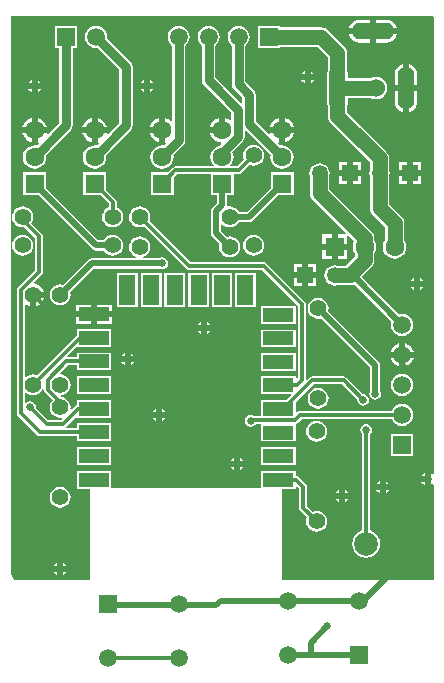
<source format=gtl>
%FSDAX24Y24*%
%MOMM*%
%SFA1B1*%

%IPPOS*%
%ADD10C,1.999996*%
%ADD11C,0.508000*%
%ADD12C,0.304800*%
%ADD13C,1.270000*%
%ADD14C,0.635000*%
%ADD15C,0.750062*%
%ADD16C,1.599946*%
%ADD17R,1.599946X1.599946*%
%ADD18R,1.500124X1.500124*%
%ADD19C,1.500124*%
%ADD20O,1.400048X3.599942*%
%ADD21O,3.599942X1.400048*%
%ADD22C,1.350010*%
%ADD23R,1.350010X1.350010*%
%ADD24R,1.599946X1.599946*%
%ADD25C,1.400048*%
%ADD26R,1.500124X1.500124*%
%ADD27R,2.540000X1.143000*%
%ADD28R,1.397000X2.540000*%
%ADD29C,1.524000*%
%ADD30C,0.635000*%
%LNesp8266_amp_tht-1*%
%LPD*%
G36*
X359410Y556526D02*
Y169926D01*
X358289Y169326*
X356870Y170276*
Y165100*
Y159923*
X358289Y160873*
X359410Y160274*
Y080010*
X231140*
Y157353*
X242570*
Y158678*
X243743Y159166*
X245554Y157355*
Y140970*
X245808Y139682*
X246540Y138590*
X252237Y132892*
X251797Y131831*
X251495Y129540*
X251797Y127248*
X252681Y125112*
X254088Y123278*
X255922Y121871*
X258058Y120987*
X260350Y120685*
X262641Y120987*
X264777Y121871*
X266611Y123278*
X268018Y125112*
X268902Y127248*
X269204Y129540*
X268902Y131831*
X268018Y133967*
X266611Y135801*
X264777Y137208*
X262641Y138092*
X260350Y138394*
X258058Y138092*
X256997Y137652*
X252288Y142364*
Y158750*
X252031Y160037*
X251299Y161129*
X245203Y167225*
X244111Y167957*
X242824Y168211*
X242570*
Y172339*
X213614*
Y157480*
X086614*
Y172339*
X057658*
Y157353*
X068580*
Y080010*
X003810*
X001270Y085011*
Y557530*
X358792*
X359410Y556526*
G37*
%LNesp8266_amp_tht-2*%
%LPC*%
G36*
X330200Y280301D02*
X330118Y280291D01*
X327677Y279280*
X325579Y277670*
X323969Y275572*
X322958Y273131*
X322948Y273050*
X330200*
Y280301*
G37*
G36*
X102870Y271876D02*
Y269240D01*
X105506*
X104449Y270819*
X102870Y271876*
G37*
G36*
X097790D02*
X096210Y270819D01*
X095153Y269240*
X097790*
Y271876*
G37*
G36*
X162560Y290830D02*
X159923D01*
X160980Y289250*
X162560Y288193*
Y290830*
G37*
G36*
X242570Y291973D02*
X213614D01*
Y276987*
X242570*
Y291973*
G37*
G36*
X335280Y280301D02*
Y273050D01*
X342531*
X342521Y273131*
X341510Y275572*
X339900Y277670*
X337802Y279280*
X335361Y280291*
X335280Y280301*
G37*
G36*
X105506Y264160D02*
X102870D01*
Y261523*
X104449Y262580*
X105506Y264160*
G37*
G36*
X110490Y396204D02*
X108198Y395902D01*
X106062Y395018*
X104228Y393611*
X102821Y391777*
X101937Y389641*
X101635Y387350*
X101937Y385058*
X102821Y382922*
X104228Y381088*
X106062Y379681*
X108198Y378797*
X110490Y378495*
X112781Y378797*
X113842Y379237*
X150020Y343060*
X151112Y342328*
X152400Y342074*
X214505*
X244284Y312295*
Y250692*
X243227Y249989*
X242570Y250261*
Y252349*
X213614*
Y237363*
X238561*
X239049Y236189*
X234886Y232029*
X213614*
Y218887*
X207015*
X206402Y219295*
X204470Y219679*
X202537Y219295*
X200898Y218201*
X199804Y216562*
X199420Y214630*
X199804Y212697*
X200898Y211058*
X202537Y209964*
X204470Y209580*
X206402Y209964*
X208041Y211058*
X208770Y212153*
X213614*
Y197231*
X242570*
Y212217*
X242567Y212232*
X243448Y212407*
X244541Y213139*
X247743Y216344*
X324091*
X324634Y215031*
X326123Y213093*
X328061Y211604*
X330316Y210670*
X332740Y210352*
X335163Y210670*
X337418Y211604*
X339356Y213093*
X340845Y215031*
X341779Y217286*
X342097Y219710*
X341779Y222133*
X340845Y224388*
X339356Y226326*
X337418Y227815*
X335163Y228749*
X332740Y229067*
X330316Y228749*
X328061Y227815*
X326123Y226326*
X324634Y224388*
X324091Y223078*
X246349*
X245061Y222821*
X243969Y222089*
X243743Y221863*
X242570Y222349*
Y230190*
X257934Y245554*
X281815*
X294718Y232651*
X294670Y232410*
X295054Y230477*
X296148Y228838*
X297787Y227744*
X299720Y227360*
X301652Y227744*
X303291Y228838*
X304385Y230477*
X304769Y232410*
X304385Y234342*
X303291Y235981*
X301652Y237075*
X299720Y237459*
X299478Y237411*
X285589Y251299*
X284497Y252031*
X283210Y252288*
X256540*
X255252Y252031*
X254160Y251299*
X252188Y249331*
X251018Y249816*
Y313690*
X250761Y314977*
X250029Y316069*
X218279Y347819*
X217187Y348551*
X215900Y348808*
X153794*
X118602Y383997*
X119042Y385058*
X119344Y387350*
X119042Y389641*
X118158Y391777*
X116751Y393611*
X114917Y395018*
X112781Y395902*
X110490Y396204*
G37*
G36*
X086614Y252349D02*
X057658D01*
Y237363*
X086614*
Y252349*
G37*
G36*
X332740Y254467D02*
X330316Y254149D01*
X328061Y253215*
X326123Y251726*
X324634Y249788*
X323700Y247533*
X323382Y245110*
X323700Y242686*
X324634Y240431*
X326123Y238493*
X328061Y237004*
X330316Y236070*
X332740Y235752*
X335163Y236070*
X337418Y237004*
X339356Y238493*
X340845Y240431*
X341779Y242686*
X342097Y245110*
X341779Y247533*
X340845Y249788*
X339356Y251726*
X337418Y253215*
X335163Y254149*
X332740Y254467*
G37*
G36*
X242570Y272161D02*
X213614D01*
Y257175*
X242570*
Y272161*
G37*
G36*
X097790Y264160D02*
X095153D01*
X096210Y262580*
X097790Y261523*
Y264160*
G37*
G36*
X342531Y267970D02*
X335280D01*
Y260718*
X335361Y260728*
X337802Y261739*
X339900Y263349*
X341510Y265447*
X342521Y267888*
X342531Y267970*
G37*
G36*
X330200D02*
X322948D01*
X322958Y267888*
X323969Y265447*
X325579Y263349*
X327677Y261739*
X330118Y260728*
X330200Y260718*
Y267970*
G37*
G36*
X170276Y290830D02*
X167640D01*
Y288193*
X169219Y289250*
X170276Y290830*
G37*
G36*
X169291Y339852D02*
X151765D01*
Y310896*
X169291*
Y339852*
G37*
G36*
X148971D02*
X131445D01*
Y310896*
X148971*
Y339852*
G37*
G36*
X129159D02*
X111633D01*
Y310896*
X129159*
Y339852*
G37*
G36*
X189103D02*
X171577D01*
Y310896*
X189103*
Y339852*
G37*
G36*
X029593Y318770D02*
X022860D01*
Y312036*
X025130Y312976*
X027124Y314505*
X028653Y316499*
X029593Y318770*
G37*
G36*
X011430Y396204D02*
X009138Y395902D01*
X007002Y395018*
X005168Y393611*
X003761Y391777*
X002877Y389641*
X002575Y387350*
X002877Y385058*
X003761Y382922*
X005168Y381088*
X007002Y379681*
X009138Y378797*
X011430Y378495*
X012801Y378675*
X022034Y369445*
Y342353*
X007637Y327957*
X006906Y326864*
X006652Y325577*
Y221122*
X006906Y219834*
X007637Y218742*
X023782Y202598*
X024874Y201866*
X026162Y201609*
X057658*
Y197485*
X086614*
Y212471*
X057658*
Y208343*
X048244*
X047876Y209560*
X048099Y209710*
X056484Y218094*
X057658Y217606*
Y217297*
X086614*
Y232283*
X057658*
Y228005*
X057132Y227901*
X056040Y227169*
X052992Y224121*
X051851Y224685*
X052034Y226060*
X051732Y228351*
X050848Y230487*
X049441Y232321*
X047607Y233728*
X045471Y234612*
X044267Y234769*
X043596Y235849*
X043759Y236331*
X045471Y236557*
X047607Y237441*
X049441Y238848*
X050848Y240682*
X051732Y242818*
X052034Y245110*
X051732Y247401*
X050848Y249537*
X049441Y251371*
X047607Y252778*
X045471Y253662*
X043759Y253888*
X043352Y255089*
X049817Y261553*
X057404*
Y257429*
X086360*
Y272415*
X057404*
Y268287*
X049918*
X049433Y269460*
X057269Y277296*
X057404Y277241*
X086360*
Y292227*
X057404*
Y286956*
X023672Y253222*
X022611Y253662*
X020320Y253964*
X018028Y253662*
X015892Y252778*
X014523Y251726*
X013385Y252288*
Y313171*
X014523Y313733*
X015509Y312976*
X017780Y312036*
Y321310*
X020320*
Y323850*
X029593*
X028653Y326120*
X027124Y328114*
X025130Y329643*
X022809Y330603*
X021579Y330766*
X021170Y331967*
X027779Y338579*
X028511Y339671*
X028768Y340959*
Y370840*
X028511Y372127*
X027779Y373219*
X018653Y382346*
X019098Y382922*
X019982Y385058*
X020284Y387350*
X019982Y389641*
X019098Y391777*
X017691Y393611*
X015857Y395018*
X013721Y395902*
X011430Y396204*
G37*
G36*
X208915Y339852D02*
X191389D01*
Y310896*
X208915*
Y339852*
G37*
G36*
X108839D02*
X091313D01*
Y310896*
X108839*
Y339852*
G37*
G36*
X069342Y302260D02*
X056642D01*
Y296545*
X069342*
Y302260*
G37*
G36*
X167640Y298546D02*
Y295910D01*
X170276*
X169219Y297489*
X167640Y298546*
G37*
G36*
X162560D02*
X160980Y297489D01*
X159923Y295910*
X162560*
Y298546*
G37*
G36*
X087122Y302260D02*
X074422D01*
Y296545*
X087122*
Y302260*
G37*
G36*
Y313055D02*
X074422D01*
Y307340*
X087122*
Y313055*
G37*
G36*
X069342D02*
X056642D01*
Y307340*
X069342*
Y313055*
G37*
G36*
X242570Y312039D02*
X213614D01*
Y297053*
X242570*
Y312039*
G37*
G36*
X279400Y156306D02*
X277820Y155249D01*
X276763Y153670*
X279400*
Y156306*
G37*
G36*
X321406Y156210D02*
X318770D01*
Y153573*
X320349Y154630*
X321406Y156210*
G37*
G36*
X313690D02*
X311053D01*
X312110Y154630*
X313690Y153573*
Y156210*
G37*
G36*
X284480Y156306D02*
Y153670D01*
X287116*
X286059Y155249*
X284480Y156306*
G37*
G36*
X318770Y163926D02*
Y161290D01*
X321406*
X320349Y162869*
X318770Y163926*
G37*
G36*
X313690D02*
X312110Y162869D01*
X311053Y161290*
X313690*
Y163926*
G37*
G36*
X351790Y162560D02*
X349153D01*
X350210Y160980*
X351790Y159923*
Y162560*
G37*
G36*
X287116Y148590D02*
X284480D01*
Y145953*
X286059Y147010*
X287116Y148590*
G37*
G36*
X040640Y094076D02*
X039060Y093019D01*
X038003Y091440*
X040640*
Y094076*
G37*
G36*
X048356Y086360D02*
X045720D01*
Y083723*
X047299Y084780*
X048356Y086360*
G37*
G36*
X040640D02*
X038003D01*
X039060Y084780*
X040640Y083723*
Y086360*
G37*
G36*
X045720Y094076D02*
Y091440D01*
X048356*
X047299Y093019*
X045720Y094076*
G37*
G36*
X279400Y148590D02*
X276763D01*
X277820Y147010*
X279400Y145953*
Y148590*
G37*
G36*
X043180Y158714D02*
X040888Y158412D01*
X038752Y157528*
X036918Y156121*
X035511Y154287*
X034627Y152151*
X034325Y149860*
X034627Y147568*
X035511Y145432*
X036918Y143598*
X038752Y142191*
X040888Y141307*
X043180Y141005*
X045471Y141307*
X047607Y142191*
X049441Y143598*
X050848Y145432*
X051732Y147568*
X052034Y149860*
X051732Y152151*
X050848Y154287*
X049441Y156121*
X047607Y157528*
X045471Y158412*
X043180Y158714*
G37*
G36*
X302260Y212059D02*
X300327Y211675D01*
X298688Y210581*
X297594Y208942*
X297210Y207010*
X297594Y205077*
X298688Y203438*
X298894Y203301*
Y121843*
X296321Y120777*
X293860Y118889*
X291973Y116428*
X290784Y113563*
X290380Y110490*
X290784Y107416*
X291973Y104551*
X293860Y102090*
X296321Y100203*
X299184Y099014*
X302260Y098610*
X305335Y099014*
X308198Y100203*
X310659Y102090*
X312547Y104551*
X313735Y107416*
X314139Y110490*
X313735Y113563*
X312547Y116428*
X310659Y118889*
X308198Y120777*
X305628Y121843*
Y203301*
X305831Y203438*
X306925Y205077*
X307309Y207010*
X306925Y208942*
X305831Y210581*
X304192Y211675*
X302260Y212059*
G37*
G36*
X132176Y217170D02*
X129540D01*
Y214533*
X131119Y215590*
X132176Y217170*
G37*
G36*
X124460D02*
X121823D01*
X122880Y215590*
X124460Y214533*
Y217170*
G37*
G36*
X260350Y214594D02*
X258058Y214292D01*
X255922Y213408*
X254088Y212001*
X252681Y210167*
X251797Y208031*
X251495Y205740*
X251797Y203448*
X252681Y201312*
X254088Y199478*
X255922Y198071*
X258058Y197187*
X260350Y196885*
X262641Y197187*
X264777Y198071*
X266611Y199478*
X268018Y201312*
X268902Y203448*
X269204Y205740*
X268902Y208031*
X268018Y210167*
X266611Y212001*
X264777Y213408*
X262641Y214292*
X260350Y214594*
G37*
G36*
X124460Y224886D02*
X122880Y223829D01*
X121823Y222250*
X124460*
Y224886*
G37*
G36*
X261620Y318734D02*
X259328Y318432D01*
X257192Y317548*
X255358Y316141*
X253951Y314307*
X253067Y312171*
X252765Y309880*
X253067Y307588*
X253951Y305452*
X255358Y303618*
X257192Y302211*
X259328Y301327*
X261620Y301025*
X263911Y301327*
X263936Y301337*
X305478Y259796*
Y239816*
X305214Y239422*
X304830Y237490*
X305214Y235557*
X306308Y233918*
X307947Y232824*
X309880Y232440*
X311812Y232824*
X313451Y233918*
X314545Y235557*
X314929Y237490*
X314545Y239422*
X314281Y239816*
Y261620*
X313946Y263304*
X312994Y264734*
X270162Y307563*
X270172Y307588*
X270474Y309880*
X270172Y312171*
X269288Y314307*
X267881Y316141*
X266047Y317548*
X263911Y318432*
X261620Y318734*
G37*
G36*
Y242534D02*
X259328Y242232D01*
X257192Y241348*
X255358Y239941*
X253951Y238107*
X253067Y235971*
X252765Y233680*
X253067Y231388*
X253951Y229252*
X255358Y227418*
X257192Y226011*
X259328Y225127*
X261620Y224825*
X263911Y225127*
X266047Y226011*
X267881Y227418*
X269288Y229252*
X270172Y231388*
X270474Y233680*
X270172Y235971*
X269288Y238107*
X267881Y239941*
X266047Y241348*
X263911Y242232*
X261620Y242534*
G37*
G36*
X129540Y224886D02*
Y222250D01*
X132176*
X131119Y223829*
X129540Y224886*
G37*
G36*
X342018Y203588D02*
X323461D01*
Y185031*
X342018*
Y203588*
G37*
G36*
X198216Y175260D02*
X195580D01*
Y172623*
X197159Y173680*
X198216Y175260*
G37*
G36*
X190500D02*
X187863D01*
X188920Y173680*
X190500Y172623*
Y175260*
G37*
G36*
X351790Y170276D02*
X350210Y169219D01*
X349153Y167640*
X351790*
Y170276*
G37*
G36*
X086614Y192151D02*
X057658D01*
Y177165*
X086614*
Y192151*
G37*
G36*
X195580Y182976D02*
Y180340D01*
X198216*
X197159Y181919*
X195580Y182976*
G37*
G36*
X190500D02*
X188920Y181919D01*
X187863Y180340*
X190500*
Y182976*
G37*
G36*
X242570Y192151D02*
X213614D01*
Y177165*
X242570*
Y192151*
G37*
G36*
X342900Y327660D02*
X340263D01*
X341320Y326080*
X342900Y325023*
Y327660*
G37*
G36*
X345643Y494030D02*
X338559D01*
Y476295*
X340832Y477238*
X342823Y478767*
X344352Y480758*
X345315Y483080*
X345643Y485569*
Y494030*
G37*
G36*
X333479D02*
X326397D01*
Y485569*
X326725Y483080*
X327687Y480758*
X329217Y478767*
X331208Y477238*
X333479Y476295*
Y494030*
G37*
G36*
X143510Y549107D02*
X141086Y548789D01*
X138831Y547855*
X136893Y546366*
X135404Y544428*
X134470Y542173*
X134152Y539750*
X134470Y537326*
X135404Y535071*
X136893Y533133*
X137873Y532378*
Y469277*
X136735Y468713*
X134856Y470156*
X132290Y471218*
X132080Y471246*
Y460949*
Y450654*
X132290Y450682*
X132372Y450715*
X133078Y449658*
X131211Y447791*
X129540Y448012*
X126987Y447677*
X124609Y446692*
X122565Y445124*
X120997Y443080*
X120012Y440702*
X119677Y438150*
X120012Y435597*
X120997Y433219*
X122565Y431175*
X124609Y429607*
X126987Y428622*
X129540Y428287*
X132092Y428622*
X134470Y429607*
X136514Y431175*
X138082Y433219*
X139067Y435597*
X139402Y438150*
X139181Y439821*
X147495Y448134*
X148717Y449963*
X149146Y452120*
Y532378*
X150126Y533133*
X151615Y535071*
X152549Y537326*
X152867Y539750*
X152549Y542173*
X151615Y544428*
X150126Y546366*
X148188Y547855*
X145933Y548789*
X143510Y549107*
G37*
G36*
X194310D02*
X191886Y548789D01*
X189631Y547855*
X187693Y546366*
X186204Y544428*
X185270Y542173*
X184952Y539750*
X185270Y537326*
X186204Y535071*
X187693Y533133*
X188673Y532378*
Y499475*
X189031Y497677*
X189103Y497319*
X190324Y495490*
X197510Y488307*
Y483951*
X196336Y483463*
X174546Y505254*
Y532378*
X175526Y533133*
X177015Y535071*
X177949Y537326*
X178267Y539750*
X177949Y542173*
X177015Y544428*
X175526Y546366*
X173588Y547855*
X171333Y548789*
X168910Y549107*
X166486Y548789*
X164231Y547855*
X162293Y546366*
X160804Y544428*
X159870Y542173*
X159552Y539750*
X159870Y537326*
X160804Y535071*
X162293Y533133*
X163273Y532378*
Y502920*
X163631Y501121*
X163703Y500763*
X164924Y498934*
X188231Y475627*
Y469615*
X187093Y469054*
X185656Y470156*
X183090Y471218*
X182880Y471246*
Y460949*
X180340*
Y458409*
X170042*
X170070Y458198*
X171132Y455635*
X172824Y453433*
X175023Y451744*
X177589Y450682*
X179384Y450443*
X179791Y449242*
X178292Y447743*
X177787Y447677*
X175409Y446692*
X173365Y445124*
X171797Y443080*
X170815Y440702*
X170477Y438150*
X170815Y435597*
X171797Y433219*
X173365Y431175*
X172974Y430019*
X140843*
X139552Y429762*
X138460Y429033*
X134556Y425127*
X119761*
Y405571*
X139319*
Y420367*
X142237Y423285*
X170561*
Y405571*
X175938*
Y398830*
X172257Y395150*
X171305Y393722*
X170969Y392038*
Y373268*
X171305Y371584*
X172257Y370154*
X178147Y364266*
X178137Y364241*
X177835Y361950*
X178137Y359658*
X179021Y357522*
X180428Y355688*
X182262Y354281*
X184398Y353397*
X186690Y353095*
X188981Y353397*
X191117Y354281*
X192951Y355688*
X194358Y357522*
X195242Y359658*
X195544Y361950*
X195242Y364241*
X194358Y366377*
X192951Y368211*
X191117Y369618*
X188981Y370502*
X186690Y370804*
X184398Y370502*
X184373Y370492*
X179773Y375091*
Y380156*
X180914Y380718*
X182262Y379681*
X184398Y378797*
X186690Y378495*
X188981Y378797*
X191117Y379681*
X192951Y381088*
X194358Y382922*
X194368Y382948*
X203139*
X204825Y383283*
X206253Y384235*
X227589Y405571*
X240919*
Y425127*
X221361*
Y411797*
X201315Y391751*
X194368*
X194358Y391777*
X192951Y393611*
X191117Y395018*
X188981Y395902*
X186690Y396204*
X185607Y396062*
X184739Y396989*
X184741Y397007*
Y405571*
X190119*
Y423285*
X194241*
X195531Y423542*
X196623Y424271*
X203657Y431307*
X204718Y430867*
X207010Y430565*
X209301Y430867*
X211437Y431751*
X213271Y433158*
X214678Y434992*
X215562Y437128*
X215864Y439420*
X215562Y441711*
X214678Y443847*
X213271Y445681*
X211437Y447088*
X209301Y447972*
X207010Y448274*
X204718Y447972*
X202582Y447088*
X200748Y445681*
X199341Y443847*
X198457Y441711*
X198155Y439420*
X198457Y437128*
X198897Y436067*
X192846Y430019*
X187706*
X187314Y431175*
X188882Y433219*
X189867Y435597*
X190202Y438150*
X189867Y440702*
X189082Y442592*
X197853Y451360*
X199075Y453189*
X199146Y453547*
X199504Y455345*
Y460156*
X200677Y460641*
X221498Y439821*
X221277Y438150*
X221612Y435597*
X222597Y433219*
X224165Y431175*
X226209Y429607*
X228587Y428622*
X231140Y428287*
X233692Y428622*
X236070Y429607*
X238114Y431175*
X239682Y433219*
X240665Y435597*
X241002Y438150*
X240665Y440702*
X239682Y443080*
X238114Y445124*
X236070Y446692*
X233692Y447677*
X231140Y448012*
X229468Y447791*
X227601Y449658*
X228307Y450715*
X228389Y450682*
X228600Y450654*
Y458409*
X220842*
X220870Y458198*
X220903Y458116*
X219849Y457413*
X208782Y468477*
Y490641*
X208353Y492798*
X207131Y494626*
X199946Y501812*
Y532378*
X200926Y533133*
X202415Y535071*
X203349Y537326*
X203667Y539750*
X203349Y542173*
X202415Y544428*
X200926Y546366*
X198988Y547855*
X196733Y548789*
X194310Y549107*
G37*
G36*
X026766Y495300D02*
X024130D01*
Y492663*
X025709Y493720*
X026766Y495300*
G37*
G36*
X019050D02*
X016413D01*
X017470Y493720*
X019050Y492663*
Y495300*
G37*
G36*
X228988Y549028D02*
X210431D01*
Y530471*
X228988*
Y531550*
X260764*
X269821Y522493*
Y510715*
X269468Y509861*
X269166Y507570*
Y485569*
X269468Y483278*
X269821Y482424*
Y472549*
X270101Y470428*
X270918Y468452*
X272221Y466752*
X305490Y433484*
Y426671*
X305381Y426407*
X305089Y424180*
X305381Y421952*
X305490Y421688*
Y394970*
X305770Y392849*
X306590Y390870*
X307893Y389173*
X318190Y378874*
Y367327*
X317847Y366880*
X316865Y364502*
X316527Y361950*
X316865Y359397*
X317847Y357019*
X319415Y354975*
X321459Y353407*
X323837Y352425*
X326390Y352087*
X328942Y352425*
X331320Y353407*
X333364Y354975*
X334932Y357019*
X335915Y359397*
X336252Y361950*
X335915Y364502*
X334932Y366880*
X334589Y367327*
Y382270*
X334439Y383405*
X334309Y384390*
X333489Y386369*
X332186Y388066*
X321889Y398365*
Y421688*
X321998Y421952*
X322290Y424180*
X321998Y426407*
X321889Y426671*
Y436880*
X321609Y439000*
X320789Y440979*
X319486Y442676*
X286217Y475945*
Y482424*
X286572Y483278*
X286872Y485569*
Y488370*
X305866*
X305879Y488360*
X308168Y487413*
X310619Y487090*
X313072Y487413*
X315358Y488360*
X317322Y489866*
X318828Y491830*
X319775Y494116*
X320098Y496570*
X319775Y499023*
X318828Y501309*
X317322Y503273*
X315358Y504779*
X313072Y505726*
X310619Y506049*
X308168Y505726*
X305879Y504779*
X305866Y504769*
X286872*
Y507570*
X286572Y509861*
X286217Y510715*
Y525889*
X285937Y528012*
X285120Y529988*
X283817Y531688*
X269956Y545546*
X268259Y546849*
X266280Y547669*
X264160Y547949*
X228988*
Y549028*
G37*
G36*
X233680Y471246D02*
Y463489D01*
X241437*
X241409Y463702*
X240347Y466265*
X238655Y468467*
X236456Y470156*
X233890Y471218*
X233680Y471246*
G37*
G36*
X069850D02*
X069639Y471218D01*
X067073Y470156*
X064874Y468467*
X063182Y466265*
X062120Y463702*
X062092Y463489*
X069850*
Y471246*
G37*
G36*
X024130D02*
Y463489D01*
X031887*
X031859Y463702*
X030797Y466265*
X029108Y468467*
X026906Y470156*
X024340Y471218*
X024130Y471246*
G37*
G36*
X019050D02*
X018839Y471218D01*
X016273Y470156*
X014071Y468467*
X012382Y466265*
X011320Y463702*
X011292Y463489*
X019050*
Y471246*
G37*
G36*
X074930D02*
Y463489D01*
X082687*
X082659Y463702*
X081597Y466265*
X079908Y468467*
X077706Y470156*
X075140Y471218*
X074930Y471246*
G37*
G36*
X228600D02*
X228389Y471218D01*
X225823Y470156*
X223624Y468467*
X221932Y466265*
X220870Y463702*
X220842Y463489*
X228600*
Y471246*
G37*
G36*
X177800D02*
X177589Y471218D01*
X175023Y470156*
X172824Y468467*
X171132Y466265*
X170070Y463702*
X170042Y463489*
X177800*
Y471246*
G37*
G36*
X127000D02*
X126789Y471218D01*
X124223Y470156*
X122024Y468467*
X120332Y466265*
X119270Y463702*
X119242Y463489*
X127000*
Y471246*
G37*
G36*
X114300Y495300D02*
X111663D01*
X112720Y493720*
X114300Y492663*
Y495300*
G37*
G36*
X255270Y510636D02*
Y508000D01*
X257906*
X256849Y509579*
X255270Y510636*
G37*
G36*
X250190D02*
X248610Y509579D01*
X247553Y508000*
X250190*
Y510636*
G37*
G36*
X119380Y503016D02*
Y500380D01*
X122016*
X120959Y501959*
X119380Y503016*
G37*
G36*
X305480Y542030D02*
X287746D01*
X288686Y539760*
X290215Y537766*
X292209Y536237*
X294528Y535274*
X297019Y534946*
X305480*
Y542030*
G37*
G36*
X319018Y554192D02*
X310560D01*
Y547110*
X328295*
X327352Y549381*
X325823Y551373*
X323832Y552902*
X321510Y553864*
X319018Y554192*
G37*
G36*
X305480D02*
X297019D01*
X294528Y553864*
X292209Y552902*
X290215Y551373*
X288686Y549381*
X287746Y547110*
X305480*
Y554192*
G37*
G36*
X328295Y542030D02*
X310560D01*
Y534946*
X319018*
X321510Y535274*
X323832Y536237*
X325823Y537766*
X327352Y539760*
X328295Y542030*
G37*
G36*
X114300Y503016D02*
X112720Y501959D01*
X111663Y500380*
X114300*
Y503016*
G37*
G36*
X338559Y516844D02*
Y499110D01*
X345643*
Y507570*
X345315Y510059*
X344352Y512381*
X342823Y514372*
X340832Y515904*
X338559Y516844*
G37*
G36*
X333479D02*
X331208Y515904D01*
X329217Y514372*
X327687Y512381*
X326725Y510059*
X326397Y507570*
Y499110*
X333479*
Y516844*
G37*
G36*
X122016Y495300D02*
X119380D01*
Y492663*
X120959Y493720*
X122016Y495300*
G37*
G36*
X250190Y502920D02*
X247553D01*
X248610Y501340*
X250190Y500283*
Y502920*
G37*
G36*
X024130Y503016D02*
Y500380D01*
X026766*
X025709Y501959*
X024130Y503016*
G37*
G36*
X019050D02*
X017470Y501959D01*
X016413Y500380*
X019050*
Y503016*
G37*
G36*
X257906Y502920D02*
X255270D01*
Y500283*
X256849Y501340*
X257906Y502920*
G37*
G36*
X286131Y359410D02*
X278130D01*
Y351409*
X286131*
Y359410*
G37*
G36*
X273050D02*
X265049D01*
Y351409*
X273050*
Y359410*
G37*
G36*
X262890Y432780D02*
X260662Y432488D01*
X258589Y431629*
X256806Y430263*
X255440Y428480*
X254581Y426407*
X254287Y424180*
X254581Y421952*
X254690Y421688*
Y407670*
X254970Y405549*
X255790Y403570*
X257093Y401873*
X285302Y373661*
X284817Y372491*
X278130*
Y364490*
X286131*
Y371177*
X287301Y371662*
X292341Y366623*
X291465Y364502*
X291127Y361950*
X291465Y359397*
X292447Y357019*
X292790Y356572*
Y353915*
X284894Y346019*
X278081*
X277817Y346128*
X275590Y346420*
X273364Y346128*
X271289Y345269*
X269506Y343903*
X268140Y342120*
X267281Y340047*
X266989Y337820*
X267281Y335592*
X268140Y333519*
X269506Y331736*
X271289Y330370*
X273364Y329511*
X275590Y329219*
X277817Y329511*
X278081Y329620*
X288290*
X290410Y329900*
X291904Y330520*
X323814Y298607*
X323700Y298333*
X323382Y295910*
X323700Y293486*
X324634Y291231*
X326123Y289293*
X328061Y287804*
X330316Y286870*
X332740Y286552*
X335163Y286870*
X337418Y287804*
X339356Y289293*
X340845Y291231*
X341779Y293486*
X342097Y295910*
X341779Y298333*
X340845Y300588*
X339356Y302526*
X337418Y304015*
X335163Y304949*
X332740Y305267*
X330316Y304949*
X330042Y304835*
X299105Y335770*
Y337040*
X306786Y344723*
X308089Y346420*
X308909Y348399*
X309039Y349384*
X309189Y350520*
Y356572*
X309532Y357019*
X310515Y359397*
X310852Y361950*
X310515Y364502*
X309532Y366880*
X309189Y367327*
Y369570*
X308909Y371690*
X308089Y373669*
X306786Y375366*
X271089Y411065*
Y421688*
X271198Y421952*
X271490Y424180*
X271198Y426407*
X270339Y428480*
X268973Y430263*
X267190Y431629*
X265115Y432488*
X262890Y432780*
G37*
G36*
X011430Y372074D02*
X009138Y371772D01*
X007002Y370888*
X005168Y369481*
X003761Y367647*
X002877Y365511*
X002575Y363220*
X002877Y360928*
X003761Y358792*
X005168Y356958*
X007002Y355551*
X009138Y354667*
X011430Y354365*
X013721Y354667*
X015857Y355551*
X017691Y356958*
X019098Y358792*
X019982Y360928*
X020284Y363220*
X019982Y365511*
X019098Y367647*
X017691Y369481*
X015857Y370888*
X013721Y371772*
X011430Y372074*
G37*
G36*
X273050Y372491D02*
X265049D01*
Y364490*
X273050*
Y372491*
G37*
G36*
X207010Y372074D02*
X204718Y371772D01*
X202582Y370888*
X200748Y369481*
X199341Y367647*
X198457Y365511*
X198155Y363220*
X198457Y360928*
X199341Y358792*
X200748Y356958*
X202582Y355551*
X204718Y354667*
X207010Y354365*
X209301Y354667*
X211437Y355551*
X213271Y356958*
X214678Y358792*
X215562Y360928*
X215864Y363220*
X215562Y365511*
X214678Y367647*
X213271Y369481*
X211437Y370888*
X209301Y371772*
X207010Y372074*
G37*
G36*
X031369Y425127D02*
X011811D01*
Y405571*
X025140*
X070606Y360105*
X072034Y359153*
X073720Y358818*
X079951*
X079961Y358792*
X081368Y356958*
X083202Y355551*
X085338Y354667*
X087630Y354365*
X089921Y354667*
X092057Y355551*
X093891Y356958*
X095298Y358792*
X096182Y360928*
X096484Y363220*
X096182Y365511*
X095298Y367647*
X093891Y369481*
X092057Y370888*
X089921Y371772*
X087630Y372074*
X085338Y371772*
X083202Y370888*
X081368Y369481*
X079961Y367647*
X079951Y367621*
X075544*
X031369Y411797*
Y425127*
G37*
G36*
X110490Y370804D02*
X108198Y370502D01*
X106062Y369618*
X104228Y368211*
X102821Y366377*
X101937Y364241*
X101635Y361950*
X101937Y359658*
X102821Y357522*
X104228Y355688*
X106062Y354281*
X107642Y353628*
X107393Y352381*
X069850*
X068165Y352046*
X066735Y351094*
X045496Y329852*
X045471Y329862*
X043180Y330164*
X040888Y329862*
X038752Y328978*
X036918Y327571*
X035511Y325737*
X034627Y323601*
X034325Y321310*
X034627Y319018*
X035511Y316882*
X036918Y315048*
X038752Y313641*
X040888Y312757*
X043180Y312455*
X045471Y312757*
X047607Y313641*
X049441Y315048*
X050848Y316882*
X051732Y319018*
X052034Y321310*
X051732Y323601*
X051722Y323626*
X071673Y343578*
X127213*
X127607Y343314*
X129540Y342930*
X131472Y343314*
X133111Y344408*
X134205Y346047*
X134589Y347980*
X134205Y349912*
X133111Y351551*
X131472Y352645*
X129540Y353029*
X127607Y352645*
X127213Y352381*
X113586*
X113337Y353628*
X114917Y354281*
X116751Y355688*
X118158Y357522*
X119042Y359658*
X119344Y361950*
X119042Y364241*
X118158Y366377*
X116751Y368211*
X114917Y369618*
X112781Y370502*
X110490Y370804*
G37*
G36*
X259478Y335280D02*
X252730D01*
Y328528*
X259478*
Y335280*
G37*
G36*
X247650D02*
X240898D01*
Y328528*
X247650*
Y335280*
G37*
G36*
X350616Y327660D02*
X347980D01*
Y325023*
X349559Y326080*
X350616Y327660*
G37*
G36*
X342900Y335376D02*
X341320Y334319D01*
X340263Y332740*
X342900*
Y335376*
G37*
G36*
X259478Y347111D02*
X252730D01*
Y340360*
X259478*
Y347111*
G37*
G36*
X247650D02*
X240898D01*
Y340360*
X247650*
Y347111*
G37*
G36*
X347980Y335376D02*
Y332740D01*
X350616*
X349559Y334319*
X347980Y335376*
G37*
G36*
X082169Y425127D02*
X062611D01*
Y405571*
X077406*
X084261Y398716*
Y395457*
X083202Y395018*
X081368Y393611*
X079961Y391777*
X079077Y389641*
X078775Y387350*
X079077Y385058*
X079961Y382922*
X081368Y381088*
X083202Y379681*
X085338Y378797*
X087630Y378495*
X089921Y378797*
X092057Y379681*
X093891Y381088*
X095298Y382922*
X096182Y385058*
X096484Y387350*
X096182Y389641*
X095298Y391777*
X093891Y393611*
X092057Y395018*
X090995Y395457*
Y400110*
X090741Y401398*
X090009Y402490*
X082169Y410331*
Y425127*
G37*
G36*
X069850Y458409D02*
X062092D01*
X062120Y458198*
X063182Y455635*
X064874Y453433*
X067073Y451744*
X069639Y450682*
X069850Y450654*
Y458409*
G37*
G36*
X019050D02*
X011292D01*
X011320Y458198*
X012382Y455635*
X014071Y453433*
X016273Y451744*
X018839Y450682*
X019050Y450654*
Y458409*
G37*
G36*
X348378Y433471D02*
X341630D01*
Y426720*
X348378*
Y433471*
G37*
G36*
X127000Y458409D02*
X119242D01*
X119270Y458198*
X120332Y455635*
X122024Y453433*
X124223Y451744*
X126789Y450682*
X127000Y450654*
Y458409*
G37*
G36*
X073660Y549107D02*
X071236Y548789D01*
X068981Y547855*
X067043Y546366*
X065554Y544428*
X064620Y542173*
X064302Y539750*
X064620Y537326*
X065554Y535071*
X067043Y533133*
X068981Y531644*
X071236Y530710*
X073660Y530392*
X074886Y530552*
X093423Y512015*
Y467154*
X083680Y457413*
X082626Y458116*
X082659Y458198*
X082687Y458409*
X074930*
Y450654*
X075140Y450682*
X075222Y450715*
X075928Y449658*
X074061Y447791*
X072390Y448012*
X069837Y447677*
X067459Y446692*
X065415Y445124*
X063847Y443080*
X062862Y440702*
X062527Y438150*
X062862Y435597*
X063847Y433219*
X065415Y431175*
X067459Y429607*
X069837Y428622*
X072390Y428287*
X074942Y428622*
X077320Y429607*
X079364Y431175*
X080932Y433219*
X081915Y435597*
X082252Y438150*
X082031Y439821*
X103045Y460834*
X104267Y462663*
X104696Y464820*
Y514350*
X104267Y516506*
X103045Y518335*
X082857Y538523*
X083017Y539750*
X082699Y542173*
X081765Y544428*
X080276Y546366*
X078338Y547855*
X076083Y548789*
X073660Y549107*
G37*
G36*
X057538Y549028D02*
X038981D01*
Y530471*
X042623*
Y467154*
X032880Y457413*
X031826Y458116*
X031859Y458198*
X031887Y458409*
X024130*
Y450654*
X024340Y450682*
X024422Y450715*
X025128Y449658*
X023261Y447791*
X021590Y448012*
X019037Y447677*
X016659Y446692*
X014615Y445124*
X013047Y443080*
X012065Y440702*
X011727Y438150*
X012065Y435597*
X013047Y433219*
X014615Y431175*
X016659Y429607*
X019037Y428622*
X021590Y428287*
X024142Y428622*
X026520Y429607*
X028564Y431175*
X030132Y433219*
X031117Y435597*
X031452Y438150*
X031231Y439821*
X052245Y460834*
X053467Y462663*
X053896Y464820*
Y530471*
X057538*
Y549028*
G37*
G36*
X241437Y458409D02*
X233680D01*
Y450654*
X233890Y450682*
X236456Y451744*
X238655Y453433*
X240347Y455635*
X241409Y458198*
X241437Y458409*
G37*
G36*
X336550Y421640D02*
X329798D01*
Y414888*
X336550*
Y421640*
G37*
G36*
X297578D02*
X290830D01*
Y414888*
X297578*
Y421640*
G37*
G36*
X285750D02*
X279001D01*
Y414888*
X285750*
Y421640*
G37*
G36*
X348378D02*
X341630D01*
Y414888*
X348378*
Y421640*
G37*
G36*
X336550Y433471D02*
X329798D01*
Y426720*
X336550*
Y433471*
G37*
G36*
X297578D02*
X290830D01*
Y426720*
X297578*
Y433471*
G37*
G36*
X285750D02*
X279001D01*
Y426720*
X285750*
Y433471*
G37*
%LNesp8266_amp_tht-3*%
%LPD*%
G36*
X029512Y241106D02*
Y240842D01*
X029768Y239555*
X030497Y238462*
X036796Y232161*
X035511Y230487*
X034627Y228351*
X034325Y226060*
X034627Y223768*
X035511Y221632*
X036918Y219798*
X038752Y218391*
X040888Y217507*
X043180Y217205*
X044554Y217388*
X044975Y216535*
X044305Y215455*
X033144*
X022781Y225818*
X022829Y226060*
X022445Y227992*
X021351Y229631*
X019712Y230725*
X017780Y231109*
X015847Y230725*
X014505Y229829*
X013385Y230426*
Y237931*
X014523Y238493*
X015892Y237441*
X018028Y236557*
X020320Y236255*
X022611Y236557*
X024747Y237441*
X026581Y238848*
X027988Y240682*
X028265Y241353*
X029512Y241106*
G37*
G54D10*
X302260Y110490D03*
G54D11*
X081280Y058420D02*
X175260D01*
X295910Y062230D02*
X299720D01*
X236220D02*
X295910D01*
X179070D02*
X236220D01*
X175260Y058420D02*
X179070Y062230D01*
X288290Y337820D02*
X290830D01*
X021590Y411480D02*
Y415350D01*
X203139Y387350D02*
X231140Y415350D01*
X186690Y387350D02*
X203139D01*
X180340Y397007D02*
Y415350D01*
X175371Y392038D02*
X180340Y397007D01*
X175371Y373268D02*
Y392038D01*
Y373268D02*
X186690Y361950D01*
X021590Y415350D02*
X073720Y363220D01*
X087630*
X290830Y337820D02*
X332740Y295910D01*
Y261823D02*
Y270510D01*
Y261823D02*
X344558Y250004D01*
Y107068D02*
Y250004D01*
X299720Y062230D02*
X344558Y107068D01*
X255270Y026670D02*
X269240Y040640D01*
X255270Y016510D02*
Y026670D01*
X234950Y016510D02*
X255270D01*
X297180*
X043180Y321310D02*
X069850Y347980D01*
X129540*
X309880Y237490D02*
Y261620D01*
X261620Y309880D02*
X309880Y261620D01*
G54D12*
X083820Y013970D02*
X143510D01*
X140843Y426651D02*
X194241D01*
X129540Y415350D02*
X140843Y426651D01*
X194241D02*
X207010Y439420D01*
X087630Y387350D02*
Y400110D01*
X072390Y415350D02*
X087630Y400110D01*
X110490Y387350D02*
X152400Y345440D01*
X243586Y244856D02*
X247650Y248920D01*
X228092Y244856D02*
X243586D01*
X152400Y345440D02*
X215900D01*
X247650Y313690*
Y248920D02*
Y313690D01*
X246349Y219710D02*
X332740D01*
X242158Y215519D02*
X246349Y219710D01*
X205359Y215519D02*
X242158D01*
X204470Y214630D02*
X205359Y215519D01*
X228092Y224536D02*
X232156D01*
X256540Y248920*
X283210*
X299720Y232410*
X302260Y110490D02*
Y207010D01*
X248920Y140970D02*
X260350Y129540D01*
X248920Y140970D02*
Y158750D01*
X242824Y164846D02*
X248920Y158750D01*
X228092Y164846D02*
X242824D01*
X257810Y129540D02*
X260350D01*
X020320Y321310D02*
X036830Y304800D01*
X071882*
X020320Y245110D02*
X059944Y284734D01*
X071882*
X043180Y226060D02*
Y230540D01*
X032877Y240842D02*
X043180Y230540D01*
X032877Y240842D02*
Y249377D01*
X048422Y264922*
X071882*
X017780Y226060D02*
X031750Y212090D01*
X045720*
X058420Y224790*
X072136*
X011430Y384810D02*
Y387350D01*
Y384810D02*
X025400Y370840D01*
Y340959D02*
Y370840D01*
X010017Y325577D02*
X025400Y340959D01*
X010017Y221122D02*
Y325577D01*
X026162Y204978D02*
X072136D01*
X010017Y221122D02*
X026162Y204978D01*
G54D13*
X262890Y407670D02*
Y424180D01*
Y407670D02*
X300990Y369570D01*
Y361950D02*
Y369570D01*
X275590Y337820D02*
X288290D01*
X300990Y350520D02*
Y361950D01*
X288290Y337820D02*
X300990Y350520D01*
X326390Y361950D02*
Y382270D01*
X219710Y539750D02*
X264160D01*
X278020Y525889*
Y496570D02*
Y525889D01*
Y472549D02*
Y496570D01*
Y472549D02*
X313690Y436880D01*
Y424180D02*
Y436880D01*
Y394970D02*
Y424180D01*
Y394970D02*
X326390Y382270D01*
X278020Y496570D02*
X310619D01*
G54D14*
X168910Y539750D02*
X170434Y538226D01*
G54D15*
X129540Y438150D02*
X143510Y452120D01*
Y539750*
X180340Y438150D02*
Y441817D01*
X193868Y455345*
Y477961*
X168910Y502920D02*
X193868Y477961D01*
X168910Y502920D02*
Y539750D01*
X203146Y466143D02*
X231140Y438150D01*
X203146Y466143D02*
Y490641D01*
X194310Y499475D02*
X203146Y490641D01*
X194310Y499475D02*
Y539750D01*
X048260Y464820D02*
Y539750D01*
X021590Y438150D02*
X048260Y464820D01*
X073660Y539750D02*
X099060Y514350D01*
Y464820D02*
Y514350D01*
X072390Y438150D02*
X099060Y464820D01*
G54D16*
X326390Y361950D03*
X300990D03*
X072390Y460949D03*
Y438150D03*
X021590Y460949D03*
Y438150D03*
X231140Y460949D03*
Y438150D03*
X180340Y460949D03*
Y438150D03*
X129540Y460949D03*
Y438150D03*
G54D17*
X275590Y361950D03*
G54D18*
X083820Y059690D03*
X295910Y016510D03*
X048260Y539750D03*
X219710D03*
G54D19*
X143510Y059690D03*
X083820Y013970D03*
X143510D03*
X236220Y016510D03*
X295910Y062230D03*
X236220D03*
X073660Y539750D03*
X194310D03*
X168910D03*
X143510D03*
X332740Y219710D03*
Y245110D03*
Y270510D03*
Y295910D03*
G54D20*
X336019Y496570D03*
X278020D03*
G54D21*
X308020Y544570D03*
G54D22*
X275590Y337820D03*
X262890Y424180D03*
X313690D03*
G54D23*
X250190Y337820D03*
X288290Y424180D03*
X339090D03*
G54D24*
X072390Y415350D03*
X021590D03*
X231140D03*
X180340D03*
X129540D03*
G54D25*
X110490Y361950D03*
X186690D03*
X110490Y387350D03*
X186690D03*
X011430Y363220D03*
X087630D03*
X011430Y387350D03*
X087630D03*
X207010Y363220D03*
Y439420D03*
X260350Y205740D03*
Y129540D03*
X043180Y245110D03*
Y321310D03*
Y226060D03*
Y149860D03*
X020320Y245110D03*
Y321310D03*
X261620Y309880D03*
Y233680D03*
G54D26*
X332740Y194310D03*
G54D27*
X228092Y284480D03*
X071882Y304800D03*
X228092Y164846D03*
Y184658D03*
Y204724D03*
Y224536D03*
Y244856D03*
Y264668D03*
Y304546D03*
X071882Y284734D03*
Y264922D03*
X072136Y244856D03*
Y224790D03*
Y204978D03*
Y184658D03*
Y164846D03*
G54D28*
X200152Y325374D03*
X180340D03*
X160528D03*
X140208D03*
X120396D03*
X100076D03*
G54D29*
X310619Y496570D03*
G54D30*
X204470Y214630D03*
X299720Y232410D03*
X302260Y207010D03*
X269240Y040640D03*
X017780Y226060D03*
X129540Y347980D03*
X127000Y219710D03*
X043180Y088900D03*
X252730Y505460D03*
X116840Y497840D03*
X345440Y330200D03*
X021590Y497840D03*
X165100Y293370D03*
X193040Y177800D03*
X309880Y237490D03*
X316230Y158750D03*
X354330Y165100D03*
X281940Y151130D03*
X100330Y266700D03*
M02*
</source>
